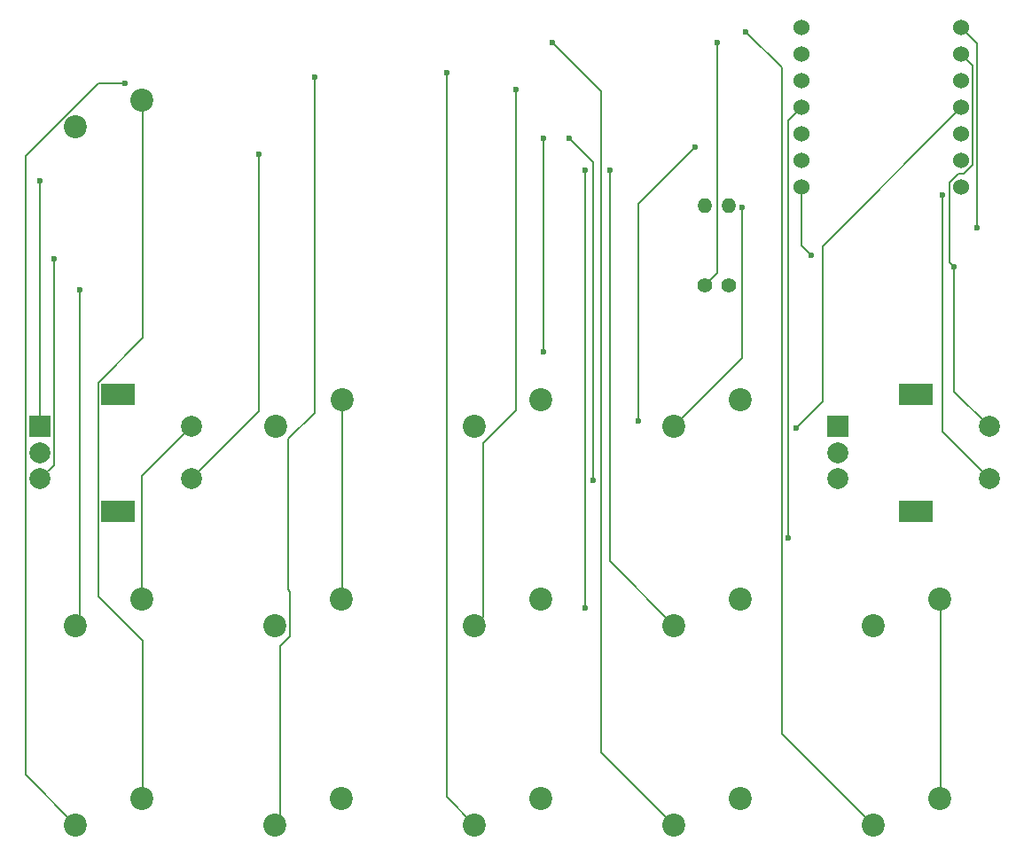
<source format=gbr>
%TF.GenerationSoftware,KiCad,Pcbnew,8.0.8*%
%TF.CreationDate,2025-02-16T20:36:26+13:00*%
%TF.ProjectId,hackpad,6861636b-7061-4642-9e6b-696361645f70,rev?*%
%TF.SameCoordinates,Original*%
%TF.FileFunction,Copper,L2,Bot*%
%TF.FilePolarity,Positive*%
%FSLAX46Y46*%
G04 Gerber Fmt 4.6, Leading zero omitted, Abs format (unit mm)*
G04 Created by KiCad (PCBNEW 8.0.8) date 2025-02-16 20:36:26*
%MOMM*%
%LPD*%
G01*
G04 APERTURE LIST*
%TA.AperFunction,ComponentPad*%
%ADD10C,1.524000*%
%TD*%
%TA.AperFunction,ComponentPad*%
%ADD11C,1.400000*%
%TD*%
%TA.AperFunction,ComponentPad*%
%ADD12O,1.400000X1.400000*%
%TD*%
%TA.AperFunction,ComponentPad*%
%ADD13C,2.200000*%
%TD*%
%TA.AperFunction,ComponentPad*%
%ADD14R,2.000000X2.000000*%
%TD*%
%TA.AperFunction,ComponentPad*%
%ADD15C,2.000000*%
%TD*%
%TA.AperFunction,ComponentPad*%
%ADD16R,3.200000X2.000000*%
%TD*%
%TA.AperFunction,ViaPad*%
%ADD17C,0.600000*%
%TD*%
%TA.AperFunction,Conductor*%
%ADD18C,0.200000*%
%TD*%
G04 APERTURE END LIST*
D10*
%TO.P,U1,1,GPIO26/ADC0/A0*%
%TO.N,unconnected-(U1-GPIO26{slash}ADC0{slash}A0-Pad1)*%
X175055200Y-49891300D03*
%TO.P,U1,2,GPIO27/ADC1/A1*%
%TO.N,unconnected-(U1-GPIO27{slash}ADC1{slash}A1-Pad2)*%
X175055200Y-52431300D03*
%TO.P,U1,3,GPIO28/ADC2/A2*%
%TO.N,unconnected-(U1-GPIO28{slash}ADC2{slash}A2-Pad3)*%
X175055200Y-54971300D03*
%TO.P,U1,4,GPIO29/ADC3/A3*%
%TO.N,Net-(U1-GPIO29{slash}ADC3{slash}A3)*%
X175055200Y-57511300D03*
%TO.P,U1,5,GPIO6/SDA*%
%TO.N,Net-(U1-GPIO6{slash}SDA)*%
X175055200Y-60051300D03*
%TO.P,U1,6,GPIO7/SCL*%
%TO.N,Net-(U1-GPIO7{slash}SCL)*%
X175055200Y-62591300D03*
%TO.P,U1,7,GPIO0/TX*%
%TO.N,Net-(D1-DIN)*%
X175055200Y-65131300D03*
%TO.P,U1,8,GPIO1/RX*%
%TO.N,Net-(U1-GPIO1{slash}RX)*%
X190295200Y-65131300D03*
%TO.P,U1,9,GPIO2/SCK*%
%TO.N,Net-(U1-GPIO2{slash}SCK)*%
X190295200Y-62591300D03*
%TO.P,U1,10,GPIO4/MISO*%
%TO.N,Net-(U1-GPIO4{slash}MISO)*%
X190295200Y-60051300D03*
%TO.P,U1,11,GPIO3/MOSI*%
%TO.N,Net-(U1-GPIO3{slash}MOSI)*%
X190295200Y-57511300D03*
%TO.P,U1,12,3V3*%
%TO.N,+3.3V*%
X190295200Y-54971300D03*
%TO.P,U1,13,GND*%
%TO.N,GND*%
X190295200Y-52431300D03*
%TO.P,U1,14,VBUS*%
%TO.N,+5V*%
X190295200Y-49891300D03*
%TD*%
D11*
%TO.P,R2,1*%
%TO.N,+3.3V*%
X165820000Y-74457100D03*
D12*
%TO.P,R2,2*%
%TO.N,Net-(U1-GPIO6{slash}SDA)*%
X165820000Y-66837100D03*
%TD*%
D13*
%TO.P,SW6,1,1*%
%TO.N,GND*%
X112077500Y-104457500D03*
%TO.P,SW6,2,2*%
%TO.N,Net-(U1-GPIO1{slash}RX)*%
X105727500Y-106997500D03*
%TD*%
D11*
%TO.P,R1,1*%
%TO.N,+3.3V*%
X168116300Y-74453700D03*
D12*
%TO.P,R1,2*%
%TO.N,Net-(U1-GPIO7{slash}SCL)*%
X168116300Y-66833700D03*
%TD*%
D13*
%TO.P,SW13,1,1*%
%TO.N,Net-(SW10-Pad1)*%
X150177500Y-123507500D03*
%TO.P,SW13,2,2*%
%TO.N,Net-(U2-GPA4)*%
X143827500Y-126047500D03*
%TD*%
%TO.P,SW14,1,1*%
%TO.N,Net-(SW10-Pad1)*%
X169227500Y-123507500D03*
%TO.P,SW14,2,2*%
%TO.N,Net-(U2-GPA3)*%
X162877500Y-126047500D03*
%TD*%
%TO.P,SW9,1,1*%
%TO.N,Net-(SW10-Pad1)*%
X169227500Y-104457500D03*
%TO.P,SW9,2,2*%
%TO.N,Net-(U2-GPB7)*%
X162877500Y-106997500D03*
%TD*%
D14*
%TO.P,SW5,A,A*%
%TO.N,Net-(U2-GPB4)*%
X178487500Y-87987500D03*
D15*
%TO.P,SW5,B,B*%
%TO.N,Net-(U2-GPB5)*%
X178487500Y-92987500D03*
%TO.P,SW5,C,C*%
%TO.N,GND*%
X178487500Y-90487500D03*
D16*
%TO.P,SW5,MP*%
%TO.N,N/C*%
X185987500Y-84887500D03*
X185987500Y-96087500D03*
D15*
%TO.P,SW5,S1,S1*%
%TO.N,Net-(U2-GPB3)*%
X192987500Y-92987500D03*
%TO.P,SW5,S2,S2*%
%TO.N,GND*%
X192987500Y-87987500D03*
%TD*%
D13*
%TO.P,SW12,1,1*%
%TO.N,Net-(SW10-Pad1)*%
X131127500Y-123507500D03*
%TO.P,SW12,2,2*%
%TO.N,Net-(U2-GPA1)*%
X124777500Y-126047500D03*
%TD*%
%TO.P,SW3,1,1*%
%TO.N,GND*%
X150177500Y-85418100D03*
%TO.P,SW3,2,2*%
%TO.N,Net-(U1-GPIO4{slash}MISO)*%
X143827500Y-87958100D03*
%TD*%
%TO.P,SW11,1,1*%
%TO.N,Net-(SW10-Pad1)*%
X112077500Y-123507500D03*
%TO.P,SW11,2,2*%
%TO.N,Net-(U2-GPA2)*%
X105727500Y-126047500D03*
%TD*%
%TO.P,SW15,1,1*%
%TO.N,Net-(SW10-Pad1)*%
X188277500Y-123507500D03*
%TO.P,SW15,2,2*%
%TO.N,Net-(U2-GPA6)*%
X181927500Y-126047500D03*
%TD*%
%TO.P,SW7,1,1*%
%TO.N,GND*%
X131127500Y-104457500D03*
%TO.P,SW7,2,2*%
%TO.N,Net-(U1-GPIO29{slash}ADC3{slash}A3)*%
X124777500Y-106997500D03*
%TD*%
%TO.P,SW10,1,1*%
%TO.N,Net-(SW10-Pad1)*%
X188277500Y-104457500D03*
%TO.P,SW10,2,2*%
%TO.N,Net-(U2-GPB6)*%
X181927500Y-106997500D03*
%TD*%
%TO.P,SW4,1,1*%
%TO.N,GND*%
X169227500Y-85409600D03*
%TO.P,SW4,2,2*%
%TO.N,Net-(U1-GPIO2{slash}SCK)*%
X162877500Y-87949600D03*
%TD*%
D14*
%TO.P,SW1,A,A*%
%TO.N,Net-(U2-GPB1)*%
X102287500Y-87987500D03*
D15*
%TO.P,SW1,B,B*%
%TO.N,Net-(U2-GPB2)*%
X102287500Y-92987500D03*
%TO.P,SW1,C,C*%
%TO.N,GND*%
X102287500Y-90487500D03*
D16*
%TO.P,SW1,MP*%
%TO.N,N/C*%
X109787500Y-84887500D03*
X109787500Y-96087500D03*
D15*
%TO.P,SW1,S1,S1*%
%TO.N,Net-(U2-GPB0)*%
X116787500Y-92987500D03*
%TO.P,SW1,S2,S2*%
%TO.N,GND*%
X116787500Y-87987500D03*
%TD*%
D13*
%TO.P,SW8,1,1*%
%TO.N,Net-(SW10-Pad1)*%
X150177500Y-104457500D03*
%TO.P,SW8,2,2*%
%TO.N,Net-(U2-GPA0)*%
X143827500Y-106997500D03*
%TD*%
%TO.P,SW16,1,1*%
%TO.N,Net-(SW10-Pad1)*%
X112077500Y-56832500D03*
%TO.P,SW16,2,2*%
%TO.N,Net-(U2-GPA5)*%
X105727500Y-59372500D03*
%TD*%
%TO.P,SW2,1,1*%
%TO.N,GND*%
X131140000Y-85407500D03*
%TO.P,SW2,2,2*%
%TO.N,Net-(U1-GPIO3{slash}MOSI)*%
X124790000Y-87947500D03*
%TD*%
D17*
%TO.N,+5V*%
X191799700Y-68973300D03*
%TO.N,Net-(D1-DIN)*%
X175932600Y-71596200D03*
%TO.N,GND*%
X189606400Y-72705300D03*
%TO.N,Net-(U1-GPIO3{slash}MOSI)*%
X174515600Y-88133700D03*
%TO.N,Net-(U1-GPIO4{slash}MISO)*%
X159487700Y-87423900D03*
X164866300Y-61321000D03*
%TO.N,Net-(U1-GPIO2{slash}SCK)*%
X169391600Y-67060400D03*
%TO.N,Net-(U1-GPIO1{slash}RX)*%
X106110500Y-74883600D03*
%TO.N,Net-(U2-GPA0)*%
X147786000Y-55799100D03*
%TO.N,Net-(U2-GPA4)*%
X141154200Y-54184100D03*
%TO.N,Net-(U2-GPA6)*%
X169698100Y-50231700D03*
%TO.N,Net-(U2-GPB7)*%
X156736300Y-63491600D03*
%TO.N,Net-(U2-GPB6)*%
X154352000Y-105282100D03*
X154352000Y-63509900D03*
%TO.N,+3.3V*%
X166966500Y-51276400D03*
%TO.N,Net-(U2-GPB2)*%
X103636000Y-71919500D03*
%TO.N,Net-(U2-GPB1)*%
X102287500Y-64480900D03*
%TO.N,Net-(U2-GPB0)*%
X123242200Y-61958700D03*
%TO.N,Net-(U2-GPB3)*%
X188488400Y-65884800D03*
%TO.N,Net-(U2-GPB5)*%
X152893500Y-60420500D03*
X155164500Y-93086900D03*
%TO.N,Net-(U2-GPB4)*%
X150366000Y-80811800D03*
X150366000Y-60415000D03*
%TO.N,Net-(U2-GPA1)*%
X128518400Y-54594400D03*
%TO.N,Net-(U2-GPA2)*%
X110406600Y-55197300D03*
%TO.N,Net-(U2-GPA3)*%
X151266100Y-51286900D03*
%TO.N,Net-(U1-GPIO29{slash}ADC3{slash}A3)*%
X173796900Y-98596400D03*
%TD*%
D18*
%TO.N,+5V*%
X191799700Y-51395800D02*
X190295200Y-49891300D01*
X191799700Y-68973300D02*
X191799700Y-51395800D01*
%TO.N,Net-(D1-DIN)*%
X175055200Y-65131300D02*
X175055200Y-70718800D01*
X175055200Y-70718800D02*
X175932600Y-71596200D01*
%TO.N,GND*%
X191378500Y-53514600D02*
X190295200Y-52431300D01*
X190016600Y-63861300D02*
X190529900Y-63861300D01*
X189606400Y-84606400D02*
X189606400Y-72705300D01*
X189187300Y-72286200D02*
X189187300Y-64690600D01*
X191378500Y-63012700D02*
X191378500Y-53514600D01*
X131214600Y-85482100D02*
X131214600Y-104370400D01*
X112077500Y-104457500D02*
X112077500Y-92697500D01*
X131140000Y-85407500D02*
X131214600Y-85482100D01*
X189606400Y-72705300D02*
X189187300Y-72286200D01*
X192987500Y-87987500D02*
X189606400Y-84606400D01*
X112077500Y-92697500D02*
X116787500Y-87987500D01*
X189187300Y-64690600D02*
X190016600Y-63861300D01*
X190529900Y-63861300D02*
X191378500Y-63012700D01*
X131214600Y-104370400D02*
X131127500Y-104457500D01*
%TO.N,Net-(U1-GPIO3{slash}MOSI)*%
X190295200Y-57511300D02*
X177061000Y-70745500D01*
X177061000Y-70745500D02*
X177061000Y-85588300D01*
X177061000Y-85588300D02*
X174515600Y-88133700D01*
%TO.N,Net-(U1-GPIO4{slash}MISO)*%
X159487700Y-66699600D02*
X164866300Y-61321000D01*
X159487700Y-87423900D02*
X159487700Y-66699600D01*
%TO.N,Net-(U1-GPIO2{slash}SCK)*%
X169391600Y-81435500D02*
X169391600Y-67060400D01*
X162877500Y-87949600D02*
X169391600Y-81435500D01*
%TO.N,Net-(U1-GPIO1{slash}RX)*%
X106110500Y-106614500D02*
X106110500Y-74883600D01*
X105727500Y-106997500D02*
X106110500Y-106614500D01*
%TO.N,Net-(SW10-Pad1)*%
X112128300Y-123456700D02*
X112077500Y-123507500D01*
X112128300Y-79520000D02*
X107885800Y-83762500D01*
X107885800Y-104193700D02*
X112128300Y-108436200D01*
X188277500Y-104457500D02*
X188343600Y-104523600D01*
X107885800Y-83762500D02*
X107885800Y-104193700D01*
X112077500Y-56832500D02*
X112128300Y-56883300D01*
X188343600Y-104523600D02*
X188343600Y-123441400D01*
X112128300Y-108436200D02*
X112128300Y-123456700D01*
X112128300Y-56883300D02*
X112128300Y-79520000D01*
X188343600Y-123441400D02*
X188277500Y-123507500D01*
%TO.N,Net-(U2-GPA0)*%
X144651600Y-106173400D02*
X144651600Y-89557300D01*
X147786000Y-86422900D02*
X147786000Y-55799100D01*
X143827500Y-106997500D02*
X144651600Y-106173400D01*
X144651600Y-89557300D02*
X147786000Y-86422900D01*
%TO.N,Net-(U2-GPA4)*%
X143827500Y-126047500D02*
X141154200Y-123374200D01*
X141154200Y-123374200D02*
X141154200Y-54184100D01*
%TO.N,Net-(U2-GPA6)*%
X181927500Y-126047500D02*
X173169200Y-117289200D01*
X173169200Y-117289200D02*
X173169200Y-53702800D01*
X173169200Y-53702800D02*
X169698100Y-50231700D01*
%TO.N,Net-(U2-GPB7)*%
X162877500Y-106997500D02*
X156736300Y-100856300D01*
X156736300Y-100856300D02*
X156736300Y-63491600D01*
%TO.N,Net-(U2-GPB6)*%
X154352000Y-63509900D02*
X154352000Y-105282100D01*
%TO.N,+3.3V*%
X166966500Y-73310600D02*
X166966500Y-51276400D01*
X165820000Y-74457100D02*
X166966500Y-73310600D01*
%TO.N,Net-(U2-GPB2)*%
X102287500Y-92987500D02*
X103636000Y-91639000D01*
X103636000Y-91639000D02*
X103636000Y-71919500D01*
%TO.N,Net-(U2-GPB1)*%
X102287500Y-87987500D02*
X102287500Y-64480900D01*
%TO.N,Net-(U2-GPB0)*%
X123242200Y-86532800D02*
X123242200Y-61958700D01*
X116787500Y-92987500D02*
X123242200Y-86532800D01*
%TO.N,Net-(U2-GPB3)*%
X192987500Y-92987500D02*
X188488400Y-88488400D01*
X188488400Y-88488400D02*
X188488400Y-65884800D01*
%TO.N,Net-(U2-GPB5)*%
X155164500Y-93086900D02*
X155164500Y-62691500D01*
X155164500Y-62691500D02*
X152893500Y-60420500D01*
%TO.N,Net-(U2-GPB4)*%
X150366000Y-60415000D02*
X150366000Y-80811800D01*
%TO.N,Net-(U2-GPA1)*%
X124777500Y-126047500D02*
X125234400Y-125590600D01*
X126199200Y-108000400D02*
X126199200Y-103766200D01*
X126199200Y-103766200D02*
X126003200Y-103570200D01*
X126003200Y-103570200D02*
X126003200Y-89158900D01*
X125234400Y-108965200D02*
X126199200Y-108000400D01*
X125234400Y-125590600D02*
X125234400Y-108965200D01*
X128518400Y-86643700D02*
X128518400Y-54594400D01*
X126003200Y-89158900D02*
X128518400Y-86643700D01*
%TO.N,Net-(U2-GPA2)*%
X105727500Y-126047500D02*
X100924900Y-121244900D01*
X100924900Y-62130700D02*
X107858300Y-55197300D01*
X100924900Y-121244900D02*
X100924900Y-62130700D01*
X107858300Y-55197300D02*
X110406600Y-55197300D01*
%TO.N,Net-(U2-GPA3)*%
X155926900Y-119096900D02*
X155926900Y-55947700D01*
X155926900Y-55947700D02*
X151266100Y-51286900D01*
X162877500Y-126047500D02*
X155926900Y-119096900D01*
%TO.N,Net-(U1-GPIO29{slash}ADC3{slash}A3)*%
X175055200Y-57511300D02*
X173796900Y-58769600D01*
X173796900Y-58769600D02*
X173796900Y-98596400D01*
%TD*%
M02*

</source>
